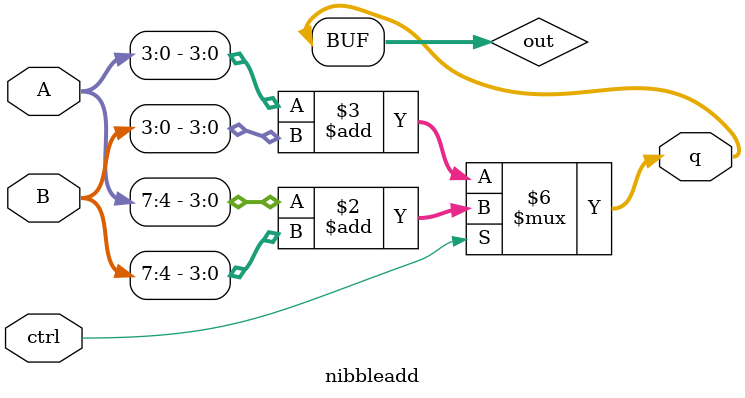
<source format=v>
module nibbleadd(
    input [7:0]A,
    input [7:0]B,
    input ctrl,
    output [4:0]q
);

reg [4:0] out = 4'b0000;

assign q = out;

always @(ctrl,A,B)
begin
    if(ctrl)
    begin
        out <= A[7:4]+B[7:4];
    end
    else
    begin
        out <= A[3:0]+B[3:0];
    end
end
    

//YOUR CODE HERE
endmodule
</source>
